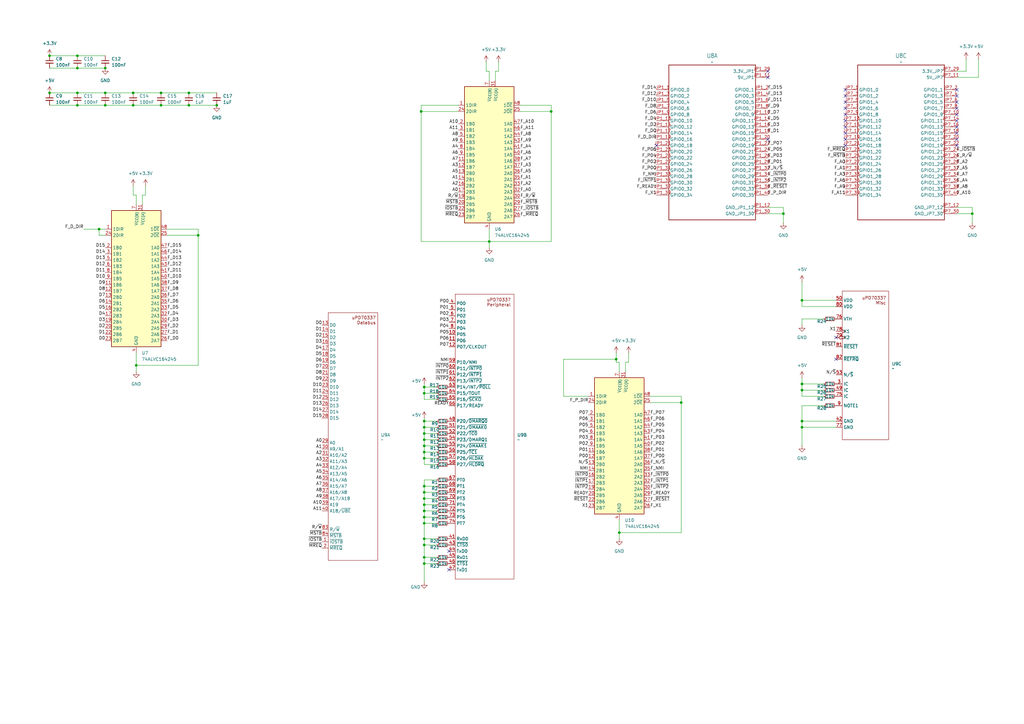
<source format=kicad_sch>
(kicad_sch (version 20231120) (generator "eeschema") (generator_version "8.0")
  (paper "A3")
  (junction (at 252.73 147.32))
  (junction (at 173.99 187.96))
  (junction (at 31.75 27.94))
  (junction (at 328.93 123.19))
  (junction (at 81.28 96.52))
  (junction (at 200.66 99.06))
  (junction (at 173.99 158.75))
  (junction (at 173.99 182.88))
  (junction (at 173.99 231.14))
  (junction (at 55.88 149.86))
  (junction (at 328.93 175.26))
  (junction (at 173.99 214.63))
  (junction (at 43.18 43.18))
  (junction (at 173.99 175.26))
  (junction (at 321.31 87.63))
  (junction (at 172.72 45.72))
  (junction (at 40.64 93.98))
  (junction (at 173.99 161.29))
  (junction (at 279.4 165.1))
  (junction (at 54.61 38.1))
  (junction (at 173.99 220.98))
  (junction (at 66.04 43.18))
  (junction (at 31.75 38.1))
  (junction (at 77.47 43.18))
  (junction (at 31.75 43.18))
  (junction (at 398.78 87.63))
  (junction (at 54.61 43.18))
  (junction (at 66.04 38.1))
  (junction (at 173.99 207.01))
  (junction (at 328.93 160.02))
  (junction (at 173.99 185.42))
  (junction (at 173.99 223.52))
  (junction (at 226.06 45.72))
  (junction (at 173.99 212.09))
  (junction (at 328.93 157.48))
  (junction (at 31.75 22.86))
  (junction (at 328.93 172.72))
  (junction (at 173.99 209.55))
  (junction (at 43.18 27.94))
  (junction (at 88.9 43.18))
  (junction (at 173.99 199.39))
  (junction (at 77.47 38.1))
  (junction (at 43.18 38.1))
  (junction (at 254 218.44))
  (junction (at 173.99 204.47))
  (junction (at 173.99 177.8))
  (junction (at 20.32 22.86))
  (junction (at 20.32 38.1))
  (junction (at 173.99 228.6))
  (junction (at 173.99 172.72))
  (junction (at 173.99 201.93))
  (junction (at 173.99 180.34))
  (no_connect (at 392.43 44.45))
  (no_connect (at 346.71 57.15))
  (no_connect (at 346.71 44.45))
  (no_connect (at 392.43 46.99))
  (no_connect (at 184.15 233.68))
  (no_connect (at 346.71 49.53))
  (no_connect (at 346.71 39.37))
  (no_connect (at 346.71 59.69))
  (no_connect (at 392.43 54.61))
  (no_connect (at 392.43 57.15))
  (no_connect (at 346.71 52.07))
  (no_connect (at 346.71 36.83))
  (no_connect (at 392.43 52.07))
  (no_connect (at 314.96 57.15))
  (no_connect (at 392.43 39.37))
  (no_connect (at 346.71 54.61))
  (no_connect (at 392.43 41.91))
  (no_connect (at 184.15 226.06))
  (no_connect (at 342.9 147.32))
  (no_connect (at 392.43 59.69))
  (no_connect (at 346.71 46.99))
  (no_connect (at 346.71 41.91))
  (no_connect (at 392.43 49.53))
  (no_connect (at 269.24 59.69))
  (no_connect (at 314.96 31.75))
  (no_connect (at 392.43 36.83))
  (no_connect (at 342.9 138.43))
  (no_connect (at 314.96 29.21))
  (wire (pts (xy 40.64 96.52) (xy 40.64 93.98)))
  (wire (pts (xy 256.54 148.59) (xy 257.81 148.59)))
  (wire (pts (xy 173.99 220.98) (xy 173.99 223.52)))
  (wire (pts (xy 173.99 231.14) (xy 179.07 231.14)))
  (wire (pts (xy 256.54 152.4) (xy 256.54 148.59)))
  (wire (pts (xy 328.93 130.81) (xy 328.93 133.35)))
  (wire (pts (xy 173.99 199.39) (xy 179.07 199.39)))
  (wire (pts (xy 187.96 43.18) (xy 172.72 43.18)))
  (wire (pts (xy 200.66 33.02) (xy 200.66 29.21)))
  (wire (pts (xy 58.42 80.01) (xy 59.69 80.01)))
  (wire (pts (xy 321.31 87.63) (xy 321.31 91.44)))
  (wire (pts (xy 213.36 45.72) (xy 226.06 45.72)))
  (wire (pts (xy 342.9 125.73) (xy 328.93 125.73)))
  (wire (pts (xy 66.04 43.18) (xy 77.47 43.18)))
  (wire (pts (xy 173.99 212.09) (xy 173.99 214.63)))
  (wire (pts (xy 342.9 123.19) (xy 328.93 123.19)))
  (wire (pts (xy 173.99 214.63) (xy 179.07 214.63)))
  (wire (pts (xy 173.99 187.96) (xy 173.99 190.5)))
  (wire (pts (xy 328.93 172.72) (xy 328.93 175.26)))
  (wire (pts (xy 173.99 185.42) (xy 173.99 187.96)))
  (wire (pts (xy 55.88 80.01) (xy 54.61 80.01)))
  (wire (pts (xy 173.99 161.29) (xy 173.99 163.83)))
  (wire (pts (xy 254 152.4) (xy 254 148.59)))
  (wire (pts (xy 55.88 149.86) (xy 55.88 152.4)))
  (wire (pts (xy 279.4 162.56) (xy 266.7 162.56)))
  (wire (pts (xy 77.47 43.18) (xy 88.9 43.18)))
  (wire (pts (xy 173.99 209.55) (xy 173.99 212.09)))
  (wire (pts (xy 59.69 80.01) (xy 59.69 76.2)))
  (wire (pts (xy 173.99 201.93) (xy 173.99 204.47)))
  (wire (pts (xy 173.99 212.09) (xy 179.07 212.09)))
  (wire (pts (xy 314.96 87.63) (xy 321.31 87.63)))
  (wire (pts (xy 172.72 43.18) (xy 172.72 45.72)))
  (wire (pts (xy 43.18 96.52) (xy 40.64 96.52)))
  (wire (pts (xy 68.58 93.98) (xy 81.28 93.98)))
  (wire (pts (xy 252.73 147.32) (xy 252.73 144.78)))
  (wire (pts (xy 173.99 163.83) (xy 179.07 163.83)))
  (wire (pts (xy 279.4 165.1) (xy 279.4 218.44)))
  (wire (pts (xy 266.7 165.1) (xy 279.4 165.1)))
  (wire (pts (xy 20.32 43.18) (xy 31.75 43.18)))
  (wire (pts (xy 54.61 43.18) (xy 66.04 43.18)))
  (wire (pts (xy 58.42 83.82) (xy 58.42 80.01)))
  (wire (pts (xy 173.99 182.88) (xy 179.07 182.88)))
  (wire (pts (xy 173.99 223.52) (xy 173.99 228.6)))
  (wire (pts (xy 226.06 45.72) (xy 226.06 43.18)))
  (wire (pts (xy 55.88 144.78) (xy 55.88 149.86)))
  (wire (pts (xy 54.61 38.1) (xy 66.04 38.1)))
  (wire (pts (xy 254 218.44) (xy 254 220.98)))
  (wire (pts (xy 173.99 228.6) (xy 173.99 231.14)))
  (wire (pts (xy 55.88 83.82) (xy 55.88 80.01)))
  (wire (pts (xy 173.99 185.42) (xy 179.07 185.42)))
  (wire (pts (xy 68.58 96.52) (xy 81.28 96.52)))
  (wire (pts (xy 254 148.59) (xy 252.73 148.59)))
  (wire (pts (xy 328.93 160.02) (xy 337.82 160.02)))
  (wire (pts (xy 328.93 166.37) (xy 328.93 172.72)))
  (wire (pts (xy 328.93 162.56) (xy 337.82 162.56)))
  (wire (pts (xy 279.4 218.44) (xy 254 218.44)))
  (wire (pts (xy 392.43 29.21) (xy 396.24 29.21)))
  (wire (pts (xy 392.43 85.09) (xy 398.78 85.09)))
  (wire (pts (xy 401.32 31.75) (xy 401.32 24.13)))
  (wire (pts (xy 43.18 38.1) (xy 54.61 38.1)))
  (wire (pts (xy 173.99 199.39) (xy 173.99 201.93)))
  (wire (pts (xy 173.99 209.55) (xy 179.07 209.55)))
  (wire (pts (xy 173.99 175.26) (xy 173.99 177.8)))
  (wire (pts (xy 81.28 149.86) (xy 55.88 149.86)))
  (wire (pts (xy 31.75 27.94) (xy 43.18 27.94)))
  (wire (pts (xy 203.2 33.02) (xy 203.2 29.21)))
  (wire (pts (xy 173.99 161.29) (xy 179.07 161.29)))
  (wire (pts (xy 173.99 190.5) (xy 179.07 190.5)))
  (wire (pts (xy 200.66 93.98) (xy 200.66 99.06)))
  (wire (pts (xy 31.75 38.1) (xy 43.18 38.1)))
  (wire (pts (xy 199.39 29.21) (xy 199.39 25.4)))
  (wire (pts (xy 173.99 171.45) (xy 173.99 172.72)))
  (wire (pts (xy 31.75 22.86) (xy 43.18 22.86)))
  (wire (pts (xy 204.47 29.21) (xy 204.47 25.4)))
  (wire (pts (xy 328.93 157.48) (xy 337.82 157.48)))
  (wire (pts (xy 173.99 231.14) (xy 173.99 238.76)))
  (wire (pts (xy 173.99 158.75) (xy 179.07 158.75)))
  (wire (pts (xy 81.28 93.98) (xy 81.28 96.52)))
  (wire (pts (xy 173.99 223.52) (xy 179.07 223.52)))
  (wire (pts (xy 398.78 85.09) (xy 398.78 87.63)))
  (wire (pts (xy 172.72 45.72) (xy 172.72 99.06)))
  (wire (pts (xy 173.99 177.8) (xy 179.07 177.8)))
  (wire (pts (xy 173.99 196.85) (xy 173.99 199.39)))
  (wire (pts (xy 173.99 201.93) (xy 179.07 201.93)))
  (wire (pts (xy 328.93 157.48) (xy 328.93 160.02)))
  (wire (pts (xy 77.47 38.1) (xy 88.9 38.1)))
  (wire (pts (xy 231.14 147.32) (xy 252.73 147.32)))
  (wire (pts (xy 20.32 27.94) (xy 31.75 27.94)))
  (wire (pts (xy 173.99 204.47) (xy 173.99 207.01)))
  (wire (pts (xy 173.99 182.88) (xy 173.99 185.42)))
  (wire (pts (xy 173.99 158.75) (xy 173.99 161.29)))
  (wire (pts (xy 328.93 130.81) (xy 337.82 130.81)))
  (wire (pts (xy 398.78 87.63) (xy 398.78 91.44)))
  (wire (pts (xy 328.93 123.19) (xy 328.93 125.73)))
  (wire (pts (xy 173.99 204.47) (xy 179.07 204.47)))
  (wire (pts (xy 328.93 115.57) (xy 328.93 123.19)))
  (wire (pts (xy 254 213.36) (xy 254 218.44)))
  (wire (pts (xy 279.4 165.1) (xy 279.4 162.56)))
  (wire (pts (xy 200.66 99.06) (xy 200.66 101.6)))
  (wire (pts (xy 173.99 177.8) (xy 173.99 180.34)))
  (wire (pts (xy 172.72 45.72) (xy 187.96 45.72)))
  (wire (pts (xy 342.9 172.72) (xy 328.93 172.72)))
  (wire (pts (xy 328.93 175.26) (xy 342.9 175.26)))
  (wire (pts (xy 321.31 85.09) (xy 321.31 87.63)))
  (wire (pts (xy 173.99 214.63) (xy 173.99 220.98)))
  (wire (pts (xy 396.24 29.21) (xy 396.24 24.13)))
  (wire (pts (xy 81.28 96.52) (xy 81.28 149.86)))
  (wire (pts (xy 328.93 160.02) (xy 328.93 162.56)))
  (wire (pts (xy 54.61 80.01) (xy 54.61 76.2)))
  (wire (pts (xy 173.99 172.72) (xy 179.07 172.72)))
  (wire (pts (xy 241.3 162.56) (xy 231.14 162.56)))
  (wire (pts (xy 173.99 228.6) (xy 179.07 228.6)))
  (wire (pts (xy 34.29 93.98) (xy 40.64 93.98)))
  (wire (pts (xy 31.75 43.18) (xy 43.18 43.18)))
  (wire (pts (xy 392.43 87.63) (xy 398.78 87.63)))
  (wire (pts (xy 328.93 175.26) (xy 328.93 182.88)))
  (wire (pts (xy 226.06 45.72) (xy 226.06 99.06)))
  (wire (pts (xy 173.99 175.26) (xy 179.07 175.26)))
  (wire (pts (xy 66.04 38.1) (xy 77.47 38.1)))
  (wire (pts (xy 20.32 22.86) (xy 31.75 22.86)))
  (wire (pts (xy 231.14 162.56) (xy 231.14 147.32)))
  (wire (pts (xy 40.64 93.98) (xy 43.18 93.98)))
  (wire (pts (xy 226.06 43.18) (xy 213.36 43.18)))
  (wire (pts (xy 314.96 85.09) (xy 321.31 85.09)))
  (wire (pts (xy 173.99 207.01) (xy 173.99 209.55)))
  (wire (pts (xy 200.66 29.21) (xy 199.39 29.21)))
  (wire (pts (xy 173.99 172.72) (xy 173.99 175.26)))
  (wire (pts (xy 173.99 196.85) (xy 179.07 196.85)))
  (wire (pts (xy 392.43 31.75) (xy 401.32 31.75)))
  (wire (pts (xy 203.2 29.21) (xy 204.47 29.21)))
  (wire (pts (xy 173.99 180.34) (xy 179.07 180.34)))
  (wire (pts (xy 257.81 148.59) (xy 257.81 144.78)))
  (wire (pts (xy 328.93 166.37) (xy 337.82 166.37)))
  (wire (pts (xy 173.99 220.98) (xy 179.07 220.98)))
  (wire (pts (xy 172.72 99.06) (xy 200.66 99.06)))
  (wire (pts (xy 328.93 154.94) (xy 328.93 157.48)))
  (wire (pts (xy 252.73 148.59) (xy 252.73 147.32)))
  (wire (pts (xy 173.99 157.48) (xy 173.99 158.75)))
  (wire (pts (xy 173.99 207.01) (xy 179.07 207.01)))
  (wire (pts (xy 173.99 180.34) (xy 173.99 182.88)))
  (wire (pts (xy 20.32 38.1) (xy 31.75 38.1)))
  (wire (pts (xy 173.99 187.96) (xy 179.07 187.96)))
  (wire (pts (xy 43.18 43.18) (xy 54.61 43.18)))
  (wire (pts (xy 226.06 99.06) (xy 200.66 99.06)))
  (label "F_~{MSTB}" (at 346.71 64.77 180))
  (label "F_A5" (at 213.36 71.12 0))
  (label "A1" (at 187.96 73.66 180))
  (label "D6" (at 132.08 148.59 180))
  (label "~{MSTB}" (at 132.08 219.71 180))
  (label "D1" (at 132.08 135.89 180))
  (label "A4" (at 187.96 60.96 180))
  (label "A0" (at 187.96 78.74 180))
  (label "~{INTP2}" (at 184.15 156.21 180))
  (label "F_A6" (at 213.36 63.5 0))
  (label "F_D_DIR" (at 269.24 57.15 180))
  (label "P02" (at 184.15 129.54 180))
  (label "A1" (at 132.08 184.15 180))
  (label "F_A10" (at 392.43 80.01 0))
  (label "F_P03" (at 314.96 64.77 0))
  (label "D4" (at 132.08 143.51 180))
  (label "D6" (at 43.18 124.46 180))
  (label "F_D8" (at 68.58 119.38 0))
  (label "F_N{slash}~{S}" (at 266.7 190.5 0))
  (label "A10" (at 187.96 50.8 180))
  (label "F_P06" (at 266.7 172.72 0))
  (label "D0" (at 132.08 133.35 180))
  (label "F_D3" (at 314.96 52.07 0))
  (label "READY" (at 184.15 166.37 180))
  (label "R{slash}~{W}" (at 132.08 217.17 180))
  (label "F_A1" (at 346.71 69.85 180))
  (label "D11" (at 132.08 161.29 180))
  (label "P00" (at 184.15 124.46 180))
  (label "F_~{INTP2}" (at 266.7 200.66 0))
  (label "D1" (at 43.18 137.16 180))
  (label "D13" (at 43.18 106.68 180))
  (label "F_R{slash}~{W}" (at 392.43 64.77 0))
  (label "F_~{MREQ}" (at 346.71 62.23 180))
  (label "~{INTP1}" (at 184.15 153.67 180))
  (label "D7" (at 132.08 151.13 180))
  (label "~{INTP0}" (at 184.15 151.13 180))
  (label "A2" (at 132.08 186.69 180))
  (label "F_D9" (at 68.58 116.84 0))
  (label "A6" (at 132.08 196.85 180))
  (label "F_P04" (at 266.7 177.8 0))
  (label "N{slash}~{S}" (at 241.3 190.5 180))
  (label "F_A4" (at 213.36 60.96 0))
  (label "F_D4" (at 68.58 129.54 0))
  (label "P02" (at 241.3 182.88 180))
  (label "P06" (at 184.15 139.7 180))
  (label "F_D2" (at 68.58 134.62 0))
  (label "~{IOSTB}" (at 187.96 86.36 180))
  (label "A8" (at 187.96 55.88 180))
  (label "~{INTP2}" (at 241.3 200.66 180))
  (label "F_A0" (at 346.71 67.31 180))
  (label "F_P_DIR" (at 241.3 165.1 180))
  (label "F_D5" (at 68.58 127 0))
  (label "D10" (at 132.08 158.75 180))
  (label "D2" (at 43.18 134.62 180))
  (label "F_D0" (at 269.24 54.61 180))
  (label "A11" (at 187.96 53.34 180))
  (label "F_D13" (at 68.58 106.68 0))
  (label "F_R{slash}~{W}" (at 213.36 81.28 0))
  (label "F_D1" (at 68.58 137.16 0))
  (label "F_P02" (at 269.24 67.31 180))
  (label "F_A5" (at 392.43 69.85 0))
  (label "D14" (at 43.18 104.14 180))
  (label "A5" (at 132.08 194.31 180))
  (label "D15" (at 132.08 171.45 180))
  (label "~{INTP1}" (at 241.3 198.12 180))
  (label "F_A9" (at 213.36 58.42 0))
  (label "F_A3" (at 213.36 68.58 0))
  (label "~{MREQ}" (at 132.08 224.79 180))
  (label "F_A11" (at 213.36 53.34 0))
  (label "D12" (at 43.18 109.22 180))
  (label "F_P00" (at 269.24 69.85 180))
  (label "F_P01" (at 266.7 185.42 0))
  (label "A2" (at 187.96 76.2 180))
  (label "A4" (at 132.08 191.77 180))
  (label "D7" (at 43.18 121.92 180))
  (label "NMI" (at 241.3 193.04 180))
  (label "X1" (at 342.9 135.89 180))
  (label "F_N{slash}~{S}" (at 314.96 69.85 0))
  (label "P01" (at 241.3 185.42 180))
  (label "F_D15" (at 314.96 36.83 0))
  (label "F_P05" (at 314.96 62.23 0))
  (label "D15" (at 43.18 101.6 180))
  (label "~{RESET}" (at 342.9 142.24 180))
  (label "F_~{INTP2}" (at 314.96 74.93 0))
  (label "F_P03" (at 266.7 180.34 0))
  (label "R{slash}~{W}" (at 187.96 81.28 180))
  (label "F_P02" (at 266.7 182.88 0))
  (label "D5" (at 43.18 127 180))
  (label "D10" (at 43.18 114.3 180))
  (label "A9" (at 132.08 204.47 180))
  (label "F_A7" (at 392.43 72.39 0))
  (label "P00" (at 241.3 187.96 180))
  (label "F_~{INTP0}" (at 266.7 195.58 0))
  (label "P06" (at 241.3 172.72 180))
  (label "P05" (at 241.3 175.26 180))
  (label "F_D7" (at 68.58 121.92 0))
  (label "F_A4" (at 392.43 74.93 0))
  (label "F_D10" (at 269.24 41.91 180))
  (label "A8" (at 132.08 201.93 180))
  (label "P03" (at 241.3 180.34 180))
  (label "F_~{INTP0}" (at 314.96 72.39 0))
  (label "F_~{INTP1}" (at 266.7 198.12 0))
  (label "F_A2" (at 392.43 67.31 0))
  (label "D14" (at 132.08 168.91 180))
  (label "~{INTP0}" (at 241.3 195.58 180))
  (label "F_D8" (at 269.24 44.45 180))
  (label "D2" (at 132.08 138.43 180))
  (label "F_A1" (at 213.36 73.66 0))
  (label "D12" (at 132.08 163.83 180))
  (label "D11" (at 43.18 111.76 180))
  (label "READY" (at 241.3 203.2 180))
  (label "F_~{RESET}" (at 266.7 205.74 0))
  (label "X1" (at 241.3 208.28 180))
  (label "F_D_DIR" (at 34.29 93.98 180))
  (label "A5" (at 187.96 71.12 180))
  (label "~{MREQ}" (at 187.96 88.9 180))
  (label "D0" (at 43.18 139.7 180))
  (label "~{MSTB}" (at 187.96 83.82 180))
  (label "F_A7" (at 213.36 66.04 0))
  (label "D4" (at 43.18 129.54 180))
  (label "A0" (at 132.08 181.61 180))
  (label "F_D12" (at 269.24 39.37 180))
  (label "F_D11" (at 314.96 41.91 0))
  (label "D3" (at 132.08 140.97 180))
  (label "NMI" (at 184.15 148.59 180))
  (label "A6" (at 187.96 63.5 180))
  (label "F_~{INTP1}" (at 269.24 74.93 180))
  (label "F_READY" (at 266.7 203.2 0))
  (label "~{RESET}" (at 241.3 205.74 180))
  (label "F_P01" (at 314.96 67.31 0))
  (label "F_D7" (at 314.96 46.99 0))
  (label "D3" (at 43.18 132.08 180))
  (label "D9" (at 132.08 156.21 180))
  (label "A3" (at 132.08 189.23 180))
  (label "F_NMI" (at 269.24 72.39 180))
  (label "A3" (at 187.96 68.58 180))
  (label "F_P04" (at 269.24 64.77 180))
  (label "P03" (at 184.15 132.08 180))
  (label "F_~{MSTB}" (at 213.36 83.82 0))
  (label "A9" (at 187.96 58.42 180))
  (label "F_D11" (at 68.58 111.76 0))
  (label "F_A0" (at 213.36 78.74 0))
  (label "F_READY" (at 269.24 77.47 180))
  (label "A7" (at 187.96 66.04 180))
  (label "F_D5" (at 314.96 49.53 0))
  (label "F_A3" (at 346.71 72.39 180))
  (label "D8" (at 132.08 153.67 180))
  (label "F_A11" (at 346.71 80.01 180))
  (label "F_D4" (at 269.24 49.53 180))
  (label "F_D12" (at 68.58 109.22 0))
  (label "F_D9" (at 314.96 44.45 0))
  (label "F_A8" (at 392.43 77.47 0))
  (label "P07" (at 241.3 170.18 180))
  (label "F_~{IOSTB}" (at 392.43 62.23 0))
  (label "D5" (at 132.08 146.05 180))
  (label "F_D2" (at 269.24 52.07 180))
  (label "D9" (at 43.18 116.84 180))
  (label "F_D0" (at 68.58 139.7 0))
  (label "F_A8" (at 213.36 55.88 0))
  (label "F_D1" (at 314.96 54.61 0))
  (label "F_~{IOSTB}" (at 213.36 86.36 0))
  (label "P04" (at 184.15 134.62 180))
  (label "F_P_DIR" (at 314.96 80.01 0))
  (label "P07" (at 184.15 142.24 180))
  (label "F_D14" (at 269.24 36.83 180))
  (label "F_X1" (at 266.7 208.28 0))
  (label "P01" (at 184.15 127 180))
  (label "F_NMI" (at 266.7 193.04 0))
  (label "A7" (at 132.08 199.39 180))
  (label "D8" (at 43.18 119.38 180))
  (label "F_P05" (at 266.7 175.26 0))
  (label "F_D6" (at 269.24 46.99 180))
  (label "F_D15" (at 68.58 101.6 0))
  (label "F_P00" (at 266.7 187.96 0))
  (label "F_D14" (at 68.58 104.14 0))
  (label "F_D3" (at 68.58 132.08 0))
  (label "F_P06" (at 269.24 62.23 180))
  (label "A10" (at 132.08 207.01 180))
  (label "F_P07" (at 314.96 59.69 0))
  (label "F_P07" (at 266.7 170.18 0))
  (label "F_D13" (at 314.96 39.37 0))
  (label "D13" (at 132.08 166.37 180))
  (label "P05" (at 184.15 137.16 180))
  (label "F_A2" (at 213.36 76.2 0))
  (label "N{slash}~{S}" (at 342.9 153.67 180))
  (label "F_X1" (at 269.24 80.01 180))
  (label "P04" (at 241.3 177.8 180))
  (label "A11" (at 132.08 209.55 180))
  (label "F_A9" (at 346.71 77.47 180))
  (label "F_A10" (at 213.36 50.8 0))
  (label "F_A6" (at 346.71 74.93 180))
  (label "F_~{RESET}" (at 314.96 77.47 0))
  (label "F_D6" (at 68.58 124.46 0))
  (label "~{IOSTB}" (at 132.08 222.25 180))
  (label "F_~{MREQ}" (at 213.36 88.9 0))
  (label "F_D10" (at 68.58 114.3 0))
  (symbol (lib_id "power:GND") (at 173.99 238.76 0) (unit 1)
    (property "Reference" "#PWR043" (effects (hide yes)))
    (property "Value" "GND" (at 170.434 240.792 0))
    (property "Description" "Power symbol creates a global label with name \"GND\" , ground" (effects (hide yes)))
  )
  (symbol (lib_id "Device:R_Small") (at 181.61 204.47 90) (unit 1)
    (property "Reference" "R4" (at 178.308 205.486 90))
    (property "Value" "10k" (at 181.61 204.47 90))
    (property "Footprint" "Resistor_SMD:R_0603_1608Metric" (effects (hide yes)))
    (property "Description" "Resistor, small symbol" (effects (hide yes)))
  )
  (symbol (lib_id "Device:R_Small") (at 181.61 163.83 90) (unit 1)
    (property "Reference" "R19" (at 178.054 162.814 90))
    (property "Value" "10k" (at 181.61 163.83 90))
    (property "Footprint" "Resistor_SMD:R_0603_1608Metric" (effects (hide yes)))
    (property "Description" "Resistor, small symbol" (effects (hide yes)))
  )
  (symbol (lib_id "Device:R_Small") (at 181.61 201.93 90) (unit 1)
    (property "Reference" "R3" (at 178.308 202.946 90))
    (property "Value" "10k" (at 181.61 201.93 90))
    (property "Footprint" "Resistor_SMD:R_0603_1608Metric" (effects (hide yes)))
    (property "Description" "Resistor, small symbol" (effects (hide yes)))
  )
  (symbol (lib_id "Device:R_Small") (at 181.61 158.75 90) (unit 1)
    (property "Reference" "R17" (at 178.054 157.988 90))
    (property "Value" "10k" (at 181.61 158.75 90))
    (property "Footprint" "Resistor_SMD:R_0603_1608Metric" (effects (hide yes)))
    (property "Description" "Resistor, small symbol" (effects (hide yes)))
  )
  (symbol (lib_id "Device:R_Small") (at 340.36 160.02 90) (unit 1)
    (property "Reference" "R26" (at 337.058 161.036 90))
    (property "Value" "10k" (at 340.36 160.02 90))
    (property "Footprint" "Resistor_SMD:R_0603_1608Metric" (effects (hide yes)))
    (property "Description" "Resistor, small symbol" (effects (hide yes)))
  )
  (symbol (lib_id "power:+3.3V") (at 204.47 25.4 0) (unit 1)
    (property "Reference" "#PWR028" (effects (hide yes)))
    (property "Value" "+3.3V" (at 204.47 20.32 0))
    (property "Description" "Power symbol creates a global label with name \"+3.3V\"" (effects (hide yes)))
  )
  (symbol (lib_id "Device:C_Small") (at 54.61 40.64 0) (unit 1)
    (property "Reference" "C14" (at 57.15 39.3762 0) (effects (justify left)))
    (property "Value" "100nF" (at 57.15 41.9162 0) (effects (justify left)))
    (property "Footprint" "Capacitor_SMD:C_0603_1608Metric" (effects (hide yes)))
    (property "Description" "Unpolarized capacitor, small symbol" (effects (hide yes)))
    (property "MPN" "C14663" (effects (hide yes)))
  )
  (symbol (lib_id "Device:R_Small") (at 181.61 207.01 90) (unit 1)
    (property "Reference" "R5" (at 178.308 208.026 90))
    (property "Value" "10k" (at 181.61 207.01 90))
    (property "Footprint" "Resistor_SMD:R_0603_1608Metric" (effects (hide yes)))
    (property "Description" "Resistor, small symbol" (effects (hide yes)))
  )
  (symbol (lib_id "power:GND") (at 328.93 182.88 0) (unit 1)
    (property "Reference" "#PWR032" (effects (hide yes)))
    (property "Value" "GND" (at 328.93 187.96 0))
    (property "Description" "Power symbol creates a global label with name \"GND\" , ground" (effects (hide yes)))
  )
  (symbol (lib_id "power:+5V") (at 173.99 157.48 0) (unit 1)
    (property "Reference" "#PWR045" (effects (hide yes)))
    (property "Value" "+5V" (at 170.688 156.21 0))
    (property "Description" "Power symbol creates a global label with name \"+5V\"" (effects (hide yes)))
  )
  (symbol (lib_id "power:GND") (at 398.78 91.44 0) (unit 1)
    (property "Reference" "#PWR039" (effects (hide yes)))
    (property "Value" "GND" (at 398.78 96.52 0))
    (property "Description" "Power symbol creates a global label with name \"GND\" , ground" (effects (hide yes)))
  )
  (symbol (lib_id "Device:C_Small") (at 20.32 40.64 0) (unit 1)
    (property "Reference" "C9" (at 22.86 39.3762 0) (effects (justify left)))
    (property "Value" "100nF" (at 22.86 41.9162 0) (effects (justify left)))
    (property "Footprint" "Capacitor_SMD:C_0603_1608Metric" (effects (hide yes)))
    (property "Description" "Unpolarized capacitor, small symbol" (effects (hide yes)))
    (property "MPN" "C14663" (effects (hide yes)))
  )
  (symbol (lib_id "NEC-DE10:V35S") (at 358.14 176.53 0) (unit 3)
    (property "Reference" "U9" (at 365.76 149.2249 0) (effects (justify left)))
    (property "Value" "~" (at 365.76 151.13 0) (effects (justify left)))
    (property "Footprint" "Package_LCC:PLCC-84_THT-Socket" (effects (hide yes)))
  )
  (symbol (lib_id "Device:R_Small") (at 181.61 196.85 90) (unit 1)
    (property "Reference" "R1" (at 178.308 197.866 90))
    (property "Value" "10k" (at 181.61 196.85 90))
    (property "Footprint" "Resistor_SMD:R_0603_1608Metric" (effects (hide yes)))
    (property "Description" "Resistor, small symbol" (effects (hide yes)))
  )
  (symbol (lib_id "power:+3.3V") (at 20.32 22.86 0) (unit 1)
    (property "Reference" "#PWR022" (effects (hide yes)))
    (property "Value" "+3.3V" (at 20.32 17.78 0))
    (property "Description" "Power symbol creates a global label with name \"+3.3V\"" (effects (hide yes)))
  )
  (symbol (lib_id "Device:R_Small") (at 181.61 220.98 90) (unit 1)
    (property "Reference" "R20" (at 178.308 221.996 90))
    (property "Value" "10k" (at 181.61 220.98 90))
    (property "Footprint" "Resistor_SMD:R_0603_1608Metric" (effects (hide yes)))
    (property "Description" "Resistor, small symbol" (effects (hide yes)))
  )
  (symbol (lib_id "power:GND") (at 55.88 152.4 0) (unit 1)
    (property "Reference" "#PWR030" (effects (hide yes)))
    (property "Value" "GND" (at 55.88 157.48 0))
    (property "Description" "Power symbol creates a global label with name \"GND\" , ground" (effects (hide yes)))
  )
  (symbol (lib_id "Device:C_Small") (at 31.75 40.64 0) (unit 1)
    (property "Reference" "C11" (at 34.29 39.3762 0) (effects (justify left)))
    (property "Value" "100nF" (at 34.29 41.9162 0) (effects (justify left)))
    (property "Footprint" "Capacitor_SMD:C_0603_1608Metric" (effects (hide yes)))
    (property "Description" "Unpolarized capacitor, small symbol" (effects (hide yes)))
    (property "MPN" "C14663" (effects (hide yes)))
  )
  (symbol (lib_id "Device:R_Small") (at 181.61 161.29 90) (unit 1)
    (property "Reference" "R18" (at 178.054 160.528 90))
    (property "Value" "10k" (at 181.61 161.29 90))
    (property "Footprint" "Resistor_SMD:R_0603_1608Metric" (effects (hide yes)))
    (property "Description" "Resistor, small symbol" (effects (hide yes)))
  )
  (symbol (lib_id "Device:R_Small") (at 340.36 166.37 90) (unit 1)
    (property "Reference" "R28" (at 337.058 167.386 90))
    (property "Value" "10k" (at 340.36 166.37 90))
    (property "Footprint" "Resistor_SMD:R_0603_1608Metric" (effects (hide yes)))
    (property "Description" "Resistor, small symbol" (effects (hide yes)))
  )
  (symbol (lib_id "power:+3.3V") (at 257.81 144.78 0) (unit 1)
    (property "Reference" "#PWR042" (effects (hide yes)))
    (property "Value" "+3.3V" (at 257.81 139.7 0))
    (property "Description" "Power symbol creates a global label with name \"+3.3V\"" (effects (hide yes)))
  )
  (symbol (lib_id "power:+5V") (at 199.39 25.4 0) (unit 1)
    (property "Reference" "#PWR026" (effects (hide yes)))
    (property "Value" "+5V" (at 199.39 20.32 0))
    (property "Description" "Power symbol creates a global label with name \"+5V\"" (effects (hide yes)))
  )
  (symbol (lib_id "Device:C_Small") (at 77.47 40.64 0) (unit 1)
    (property "Reference" "C16" (at 80.01 39.3762 0) (effects (justify left)))
    (property "Value" "1uF" (at 80.01 41.9162 0) (effects (justify left)))
    (property "Footprint" "Capacitor_SMD:C_0603_1608Metric" (effects (hide yes)))
    (property "Description" "Unpolarized capacitor, small symbol" (effects (hide yes)))
    (property "MPN" "C14663" (effects (hide yes)))
  )
  (symbol (lib_id "Device:R_Small") (at 340.36 130.81 90) (unit 1)
    (property "Reference" "R24" (at 337.058 131.826 90))
    (property "Value" "10k" (at 340.36 130.81 90))
    (property "Footprint" "Resistor_SMD:R_0603_1608Metric" (effects (hide yes)))
    (property "Description" "Resistor, small symbol" (effects (hide yes)))
  )
  (symbol (lib_id "power:GND") (at 43.18 27.94 0) (unit 1)
    (property "Reference" "#PWR024" (effects (hide yes)))
    (property "Value" "GND" (at 43.18 33.02 0))
    (property "Description" "Power symbol creates a global label with name \"GND\" , ground" (effects (hide yes)))
  )
  (symbol (lib_id "Device:R_Small") (at 181.61 190.5 90) (unit 1)
    (property "Reference" "R16" (at 178.308 191.516 90))
    (property "Value" "10k" (at 181.61 190.5 90))
    (property "Footprint" "Resistor_SMD:R_0603_1608Metric" (effects (hide yes)))
    (property "Description" "Resistor, small symbol" (effects (hide yes)))
  )
  (symbol (lib_id "power:GND") (at 328.93 133.35 0) (unit 1)
    (property "Reference" "#PWR047" (effects (hide yes)))
    (property "Value" "GND" (at 328.93 138.43 0))
    (property "Description" "Power symbol creates a global label with name \"GND\" , ground" (effects (hide yes)))
  )
  (symbol (lib_id "power:GND") (at 254 220.98 0) (unit 1)
    (property "Reference" "#PWR040" (effects (hide yes)))
    (property "Value" "GND" (at 254 226.06 0))
    (property "Description" "Power symbol creates a global label with name \"GND\" , ground" (effects (hide yes)))
  )
  (symbol (lib_id "Device:R_Small") (at 181.61 185.42 90) (unit 1)
    (property "Reference" "R14" (at 178.308 186.436 90))
    (property "Value" "10k" (at 181.61 185.42 90))
    (property "Footprint" "Resistor_SMD:R_0603_1608Metric" (effects (hide yes)))
    (property "Description" "Resistor, small symbol" (effects (hide yes)))
  )
  (symbol (lib_id "Device:R_Small") (at 181.61 180.34 90) (unit 1)
    (property "Reference" "R12" (at 178.308 181.356 90))
    (property "Value" "10k" (at 181.61 180.34 90))
    (property "Footprint" "Resistor_SMD:R_0603_1608Metric" (effects (hide yes)))
    (property "Description" "Resistor, small symbol" (effects (hide yes)))
  )
  (symbol (lib_id "Device:R_Small") (at 181.61 187.96 90) (unit 1)
    (property "Reference" "R15" (at 178.308 188.976 90))
    (property "Value" "10k" (at 181.61 187.96 90))
    (property "Footprint" "Resistor_SMD:R_0603_1608Metric" (effects (hide yes)))
    (property "Description" "Resistor, small symbol" (effects (hide yes)))
  )
  (symbol (lib_id "power:+5V") (at 54.61 76.2 0) (unit 1)
    (property "Reference" "#PWR029" (effects (hide yes)))
    (property "Value" "+5V" (at 54.61 71.12 0))
    (property "Description" "Power symbol creates a global label with name \"+5V\"" (effects (hide yes)))
  )
  (symbol (lib_id "Device:R_Small") (at 181.61 177.8 90) (unit 1)
    (property "Reference" "R11" (at 178.308 178.816 90))
    (property "Value" "10k" (at 181.61 177.8 90))
    (property "Footprint" "Resistor_SMD:R_0603_1608Metric" (effects (hide yes)))
    (property "Description" "Resistor, small symbol" (effects (hide yes)))
  )
  (symbol (lib_id "NEC-DE10:V35S") (at 147.32 185.42 0) (unit 1)
    (property "Reference" "U9" (at 156.21 178.4349 0) (effects (justify left)))
    (property "Value" "~" (at 156.21 180.34 0) (effects (justify left)))
    (property "Footprint" "Package_LCC:PLCC-84_THT-Socket" (effects (hide yes)))
  )
  (symbol (lib_id "Device:C_Small") (at 43.18 25.4 0) (unit 1)
    (property "Reference" "C12" (at 45.72 24.1362 0) (effects (justify left)))
    (property "Value" "100nF" (at 45.72 26.6762 0) (effects (justify left)))
    (property "Footprint" "Capacitor_SMD:C_0603_1608Metric" (effects (hide yes)))
    (property "Description" "Unpolarized capacitor, small symbol" (effects (hide yes)))
    (property "MPN" "C14663" (effects (hide yes)))
  )
  (symbol (lib_id "Device:R_Small") (at 181.61 231.14 90) (unit 1)
    (property "Reference" "R23" (at 178.308 232.156 90))
    (property "Value" "10k" (at 181.61 231.14 90))
    (property "Footprint" "Resistor_SMD:R_0603_1608Metric" (effects (hide yes)))
    (property "Description" "Resistor, small symbol" (effects (hide yes)))
  )
  (symbol (lib_id "power:GND") (at 321.31 91.44 0) (unit 1)
    (property "Reference" "#PWR035" (effects (hide yes)))
    (property "Value" "GND" (at 321.31 96.52 0))
    (property "Description" "Power symbol creates a global label with name \"GND\" , ground" (effects (hide yes)))
  )
  (symbol (lib_id "power:+5V") (at 328.93 154.94 0) (unit 1)
    (property "Reference" "#PWR046" (effects (hide yes)))
    (property "Value" "+5V" (at 328.93 149.86 0))
    (property "Description" "Power symbol creates a global label with name \"+5V\"" (effects (hide yes)))
  )
  (symbol (lib_id "Device:C_Small") (at 66.04 40.64 0) (unit 1)
    (property "Reference" "C15" (at 68.58 39.3762 0) (effects (justify left)))
    (property "Value" "100nF" (at 68.58 41.9162 0) (effects (justify left)))
    (property "Footprint" "Capacitor_SMD:C_0603_1608Metric" (effects (hide yes)))
    (property "Description" "Unpolarized capacitor, small symbol" (effects (hide yes)))
    (property "MPN" "C14663" (effects (hide yes)))
  )
  (symbol (lib_id "NEC-DE10:V35S") (at 199.39 177.8 0) (unit 2)
    (property "Reference" "U9" (at 212.09 178.4349 0) (effects (justify left)))
    (property "Value" "~" (at 212.09 180.34 0) (effects (justify left)))
    (property "Footprint" "Package_LCC:PLCC-84_THT-Socket" (effects (hide yes)))
  )
  (symbol (lib_id "Device:R_Small") (at 181.61 199.39 90) (unit 1)
    (property "Reference" "R2" (at 178.308 200.406 90))
    (property "Value" "10k" (at 181.61 199.39 90))
    (property "Footprint" "Resistor_SMD:R_0603_1608Metric" (effects (hide yes)))
    (property "Description" "Resistor, small symbol" (effects (hide yes)))
  )
  (symbol (lib_id "Device:R_Small") (at 181.61 175.26 90) (unit 1)
    (property "Reference" "R10" (at 178.308 176.276 90))
    (property "Value" "10k" (at 181.61 175.26 90))
    (property "Footprint" "Resistor_SMD:R_0603_1608Metric" (effects (hide yes)))
    (property "Description" "Resistor, small symbol" (effects (hide yes)))
  )
  (symbol (lib_id "power:+5V") (at 252.73 144.78 0) (unit 1)
    (property "Reference" "#PWR038" (effects (hide yes)))
    (property "Value" "+5V" (at 252.73 139.7 0))
    (property "Description" "Power symbol creates a global label with name \"+5V\"" (effects (hide yes)))
  )
  (symbol (lib_id "Device:R_Small") (at 181.61 172.72 90) (unit 1)
    (property "Reference" "R9" (at 178.308 173.736 90))
    (property "Value" "10k" (at 181.61 172.72 90))
    (property "Footprint" "Resistor_SMD:R_0603_1608Metric" (effects (hide yes)))
    (property "Description" "Resistor, small symbol" (effects (hide yes)))
  )
  (symbol (lib_id "NEC-DE10:P0496") (at 369.57 59.69 0) (unit 3)
    (property "Reference" "U8" (at 369.57 22.86 0) (effects (font (size 1.778 1.5113))))
    (property "Value" "~" (at 369.57 25.4 0) (effects (font (size 1.778 1.5113))))
    (property "Footprint" "NEC-DE10:MODULE_P0496" (effects (hide yes)))
    (property "Description" "https://pricing.snapeda.com/parts/P0496/Terasic%20Inc./view-part?ref=eda Check availability" (effects (hide yes)))
  )
  (symbol (lib_id "Device:R_Small") (at 181.61 182.88 90) (unit 1)
    (property "Reference" "R13" (at 178.308 183.896 90))
    (property "Value" "10k" (at 181.61 182.88 90))
    (property "Footprint" "Resistor_SMD:R_0603_1608Metric" (effects (hide yes)))
    (property "Description" "Resistor, small symbol" (effects (hide yes)))
  )
  (symbol (lib_id "Device:C_Small") (at 20.32 25.4 0) (unit 1)
    (property "Reference" "C8" (at 22.86 24.1362 0) (effects (justify left)))
    (property "Value" "100nF" (at 22.86 26.6762 0) (effects (justify left)))
    (property "Footprint" "Capacitor_SMD:C_0603_1608Metric" (effects (hide yes)))
    (property "Description" "Unpolarized capacitor, small symbol" (effects (hide yes)))
    (property "MPN" "C14663" (effects (hide yes)))
  )
  (symbol (lib_id "Device:R_Small") (at 181.61 223.52 90) (unit 1)
    (property "Reference" "R21" (at 178.308 224.536 90))
    (property "Value" "10k" (at 181.61 223.52 90))
    (property "Footprint" "Resistor_SMD:R_0603_1608Metric" (effects (hide yes)))
    (property "Description" "Resistor, small symbol" (effects (hide yes)))
  )
  (symbol (lib_id "Device:R_Small") (at 181.61 228.6 90) (unit 1)
    (property "Reference" "R22" (at 178.308 229.616 90))
    (property "Value" "10k" (at 181.61 228.6 90))
    (property "Footprint" "Resistor_SMD:R_0603_1608Metric" (effects (hide yes)))
    (property "Description" "Resistor, small symbol" (effects (hide yes)))
  )
  (symbol (lib_id "power:+5V") (at 173.99 171.45 0) (unit 1)
    (property "Reference" "#PWR044" (effects (hide yes)))
    (property "Value" "+5V" (at 170.688 170.18 0))
    (property "Description" "Power symbol creates a global label with name \"+5V\"" (effects (hide yes)))
  )
  (symbol (lib_id "Device:R_Small") (at 340.36 162.56 90) (unit 1)
    (property "Reference" "R27" (at 337.058 163.576 90))
    (property "Value" "10k" (at 340.36 162.56 90))
    (property "Footprint" "Resistor_SMD:R_0603_1608Metric" (effects (hide yes)))
    (property "Description" "Resistor, small symbol" (effects (hide yes)))
  )
  (symbol (lib_id "74xx:74ALVC164245") (at 200.66 63.5 0) (unit 1)
    (property "Reference" "U6" (at 202.8541 93.98 0) (effects (justify left)))
    (property "Value" "74ALVC164245" (at 202.8541 96.52 0) (effects (justify left)))
    (property "Footprint" "Package_SO:TSSOP-48_6.1x12.5mm_P0.5mm" (effects (hide yes)))
    (property "Datasheet" "https://assets.nexperia.com/documents/data-sheet/74ALVC164245.pdf" (effects (hide yes)))
    (property "Description" "16-Bit 2.5V to 3.3V or 3.3V to 5V Level-Shifting Transceiver With 3-State Outputs, TSSOP-48" (effects (hide yes)))
    (property "MPN" "C7128" (effects (hide yes)))
  )
  (symbol (lib_id "power:+5V") (at 328.93 115.57 0) (unit 1)
    (property "Reference" "#PWR033" (effects (hide yes)))
    (property "Value" "+5V" (at 328.93 110.49 0))
    (property "Description" "Power symbol creates a global label with name \"+5V\"" (effects (hide yes)))
  )
  (symbol (lib_id "power:GND") (at 88.9 43.18 0) (unit 1)
    (property "Reference" "#PWR025" (effects (hide yes)))
    (property "Value" "GND" (at 88.9 48.26 0))
    (property "Description" "Power symbol creates a global label with name \"GND\" , ground" (effects (hide yes)))
  )
  (symbol (lib_id "power:GND") (at 200.66 101.6 0) (unit 1)
    (property "Reference" "#PWR027" (effects (hide yes)))
    (property "Value" "GND" (at 200.66 106.68 0))
    (property "Description" "Power symbol creates a global label with name \"GND\" , ground" (effects (hide yes)))
  )
  (symbol (lib_id "power:+5V") (at 20.32 38.1 0) (unit 1)
    (property "Reference" "#PWR023" (effects (hide yes)))
    (property "Value" "+5V" (at 20.32 33.02 0))
    (property "Description" "Power symbol creates a global label with name \"+5V\"" (effects (hide yes)))
  )
  (symbol (lib_id "74xx:74ALVC164245") (at 254 182.88 0) (unit 1)
    (property "Reference" "U10" (at 256.1941 213.36 0) (effects (justify left)))
    (property "Value" "74ALVC164245" (at 256.1941 215.9 0) (effects (justify left)))
    (property "Footprint" "Package_SO:TSSOP-48_6.1x12.5mm_P0.5mm" (effects (hide yes)))
    (property "Datasheet" "https://assets.nexperia.com/documents/data-sheet/74ALVC164245.pdf" (effects (hide yes)))
    (property "Description" "16-Bit 2.5V to 3.3V or 3.3V to 5V Level-Shifting Transceiver With 3-State Outputs, TSSOP-48" (effects (hide yes)))
    (property "MPN" "C7128" (effects (hide yes)))
  )
  (symbol (lib_id "power:+3.3V") (at 396.24 24.13 0) (unit 1)
    (property "Reference" "#PWR037" (effects (hide yes)))
    (property "Value" "+3.3V" (at 396.24 19.05 0))
    (property "Description" "Power symbol creates a global label with name \"+3.3V\"" (effects (hide yes)))
  )
  (symbol (lib_id "power:+5V") (at 401.32 24.13 0) (unit 1)
    (property "Reference" "#PWR041" (effects (hide yes)))
    (property "Value" "+5V" (at 401.32 19.05 0))
    (property "Description" "Power symbol creates a global label with name \"+5V\"" (effects (hide yes)))
  )
  (symbol (lib_id "Device:C_Small") (at 88.9 40.64 0) (unit 1)
    (property "Reference" "C17" (at 91.44 39.3762 0) (effects (justify left)))
    (property "Value" "1uF" (at 91.44 41.9162 0) (effects (justify left)))
    (property "Footprint" "Capacitor_SMD:C_0603_1608Metric" (effects (hide yes)))
    (property "Description" "Unpolarized capacitor, small symbol" (effects (hide yes)))
    (property "MPN" "C14663" (effects (hide yes)))
  )
  (symbol (lib_id "power:+3.3V") (at 59.69 76.2 0) (unit 1)
    (property "Reference" "#PWR031" (effects (hide yes)))
    (property "Value" "+3.3V" (at 59.69 71.12 0))
    (property "Description" "Power symbol creates a global label with name \"+3.3V\"" (effects (hide yes)))
  )
  (symbol (lib_id "Device:C_Small") (at 43.18 40.64 0) (unit 1)
    (property "Reference" "C13" (at 45.72 39.3762 0) (effects (justify left)))
    (property "Value" "100nF" (at 45.72 41.9162 0) (effects (justify left)))
    (property "Footprint" "Capacitor_SMD:C_0603_1608Metric" (effects (hide yes)))
    (property "Description" "Unpolarized capacitor, small symbol" (effects (hide yes)))
    (property "MPN" "C14663" (effects (hide yes)))
  )
  (symbol (lib_id "Device:R_Small") (at 181.61 209.55 90) (unit 1)
    (property "Reference" "R6" (at 178.308 210.566 90))
    (property "Value" "10k" (at 181.61 209.55 90))
    (property "Footprint" "Resistor_SMD:R_0603_1608Metric" (effects (hide yes)))
    (property "Description" "Resistor, small symbol" (effects (hide yes)))
  )
  (symbol (lib_id "Device:C_Small") (at 31.75 25.4 0) (unit 1)
    (property "Reference" "C10" (at 34.29 24.1362 0) (effects (justify left)))
    (property "Value" "100nF" (at 34.29 26.6762 0) (effects (justify left)))
    (property "Footprint" "Capacitor_SMD:C_0603_1608Metric" (effects (hide yes)))
    (property "Description" "Unpolarized capacitor, small symbol" (effects (hide yes)))
    (property "MPN" "C14663" (effects (hide yes)))
  )
  (symbol (lib_id "Device:R_Small") (at 340.36 157.48 90) (unit 1)
    (property "Reference" "R25" (at 337.058 158.496 90))
    (property "Value" "10k" (at 340.36 157.48 90))
    (property "Footprint" "Resistor_SMD:R_0603_1608Metric" (effects (hide yes)))
    (property "Description" "Resistor, small symbol" (effects (hide yes)))
  )
  (symbol (lib_id "Device:R_Small") (at 181.61 212.09 90) (unit 1)
    (property "Reference" "R7" (at 178.308 213.106 90))
    (property "Value" "10k" (at 181.61 212.09 90))
    (property "Footprint" "Resistor_SMD:R_0603_1608Metric" (effects (hide yes)))
    (property "Description" "Resistor, small symbol" (effects (hide yes)))
  )
  (symbol (lib_id "Device:R_Small") (at 181.61 214.63 90) (unit 1)
    (property "Reference" "R8" (at 178.308 215.646 90))
    (property "Value" "10k" (at 181.61 214.63 90))
    (property "Footprint" "Resistor_SMD:R_0603_1608Metric" (effects (hide yes)))
    (property "Description" "Resistor, small symbol" (effects (hide yes)))
  )
  (symbol (lib_id "NEC-DE10:P0496") (at 292.1 57.15 0) (unit 1)
    (property "Reference" "U8" (at 292.1 22.86 0) (effects (font (size 1.778 1.5113))))
    (property "Value" "~" (at 292.1 25.4 0) (effects (font (size 1.778 1.5113))))
    (property "Footprint" "NEC-DE10:MODULE_P0496" (effects (hide yes)))
    (property "Description" "https://pricing.snapeda.com/parts/P0496/Terasic%20Inc./view-part?ref=eda Check availability" (effects (hide yes)))
  )
  (symbol (lib_id "74xx:74ALVC164245") (at 55.88 114.3 0) (unit 1)
    (property "Reference" "U7" (at 58.0741 144.78 0) (effects (justify left)))
    (property "Value" "74ALVC164245" (at 58.0741 147.32 0) (effects (justify left)))
    (property "Footprint" "Package_SO:TSSOP-48_6.1x12.5mm_P0.5mm" (effects (hide yes)))
    (property "Datasheet" "https://assets.nexperia.com/documents/data-sheet/74ALVC164245.pdf" (effects (hide yes)))
    (property "Description" "16-Bit 2.5V to 3.3V or 3.3V to 5V Level-Shifting Transceiver With 3-State Outputs, TSSOP-48" (effects (hide yes)))
    (property "MPN" "C7128" (effects (hide yes)))
  )
)
</source>
